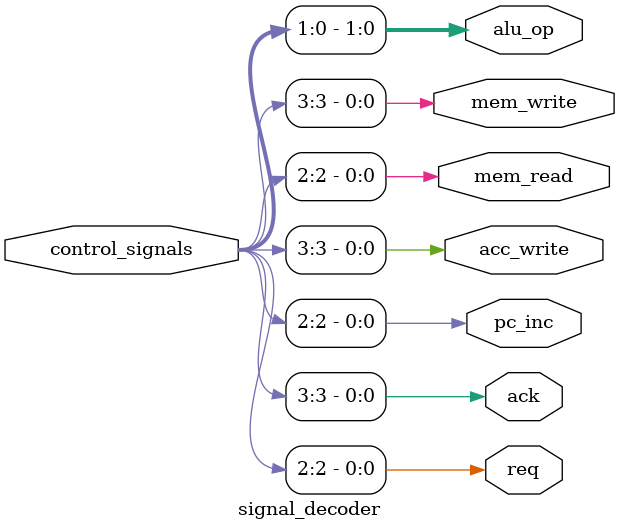
<source format=sv>
module micro_control_unit(
    input wire clk,
    input wire rst,
    input wire [7:0] instruction,
    input wire zero_flag,
    output wire req,
    output wire ack,
    output wire pc_inc,
    output wire acc_write,
    output wire mem_read,
    output wire mem_write,
    output wire [1:0] alu_op
);

    parameter [1:0] FETCH = 2'b00, DECODE = 2'b01, 
                    EXECUTE = 2'b10, WRITEBACK = 2'b11;
    
    wire [1:0] current_state;
    wire [1:0] next_state;
    wire [3:0] control_signals;
    
    state_register state_reg (
        .clk(clk),
        .rst(rst),
        .next_state(next_state),
        .current_state(current_state)
    );
    
    control_logic ctrl (
        .current_state(current_state),
        .instruction(instruction),
        .zero_flag(zero_flag),
        .next_state(next_state),
        .control_signals(control_signals)
    );
    
    signal_decoder decoder (
        .control_signals(control_signals),
        .req(req),
        .ack(ack),
        .pc_inc(pc_inc),
        .acc_write(acc_write),
        .mem_read(mem_read),
        .mem_write(mem_write),
        .alu_op(alu_op)
    );

endmodule

module state_register(
    input wire clk,
    input wire rst,
    input wire [1:0] next_state,
    output reg [1:0] current_state
);
    parameter [1:0] FETCH = 2'b00;
    
    always @(posedge clk or posedge rst) begin
        if (rst)
            current_state <= FETCH;
        else
            current_state <= next_state;
    end
endmodule

module control_logic(
    input wire [1:0] current_state,
    input wire [7:0] instruction,
    input wire zero_flag,
    output reg [1:0] next_state,
    output reg [3:0] control_signals
);
    parameter [1:0] FETCH = 2'b00, DECODE = 2'b01, 
                    EXECUTE = 2'b10, WRITEBACK = 2'b11;
    
    always @(*) begin
        next_state = current_state;
        control_signals = 4'b0000;
        
        if (current_state == FETCH) begin
            control_signals[2] = 1'b1; // Request signal
            next_state = DECODE;
        end
        else if (current_state == DECODE) begin
            next_state = EXECUTE;
        end
        else if (current_state == EXECUTE) begin
            if (instruction[7:6] == 2'b00) begin
                control_signals[1:0] = 2'b00;
                next_state = WRITEBACK;
            end
            else if (instruction[7:6] == 2'b01) begin
                control_signals[1:0] = 2'b01;
                next_state = WRITEBACK;
            end
            else if (instruction[7:6] == 2'b10) begin
                control_signals[3] = 1'b1; // Acknowledge signal
                control_signals[2] = 1'b1; // Request signal
                next_state = FETCH;
            end
            else if (instruction[7:6] == 2'b11) begin
                control_signals[2] = ~zero_flag; // Request signal
                next_state = FETCH;
            end
        end
        else if (current_state == WRITEBACK) begin
            control_signals[2] = 1'b1; // Request signal
            control_signals[3] = 1'b1; // Acknowledge signal
            next_state = FETCH;
        end
    end
endmodule

module signal_decoder(
    input wire [3:0] control_signals,
    output reg req,
    output reg ack,
    output reg pc_inc,
    output reg acc_write,
    output reg mem_read,
    output reg mem_write,
    output reg [1:0] alu_op
);
    always @(*) begin
        req = control_signals[2];
        ack = control_signals[3];
        pc_inc = control_signals[2];
        acc_write = control_signals[3];
        mem_read = control_signals[2];
        mem_write = control_signals[3];
        alu_op = control_signals[1:0];
    end
endmodule
</source>
